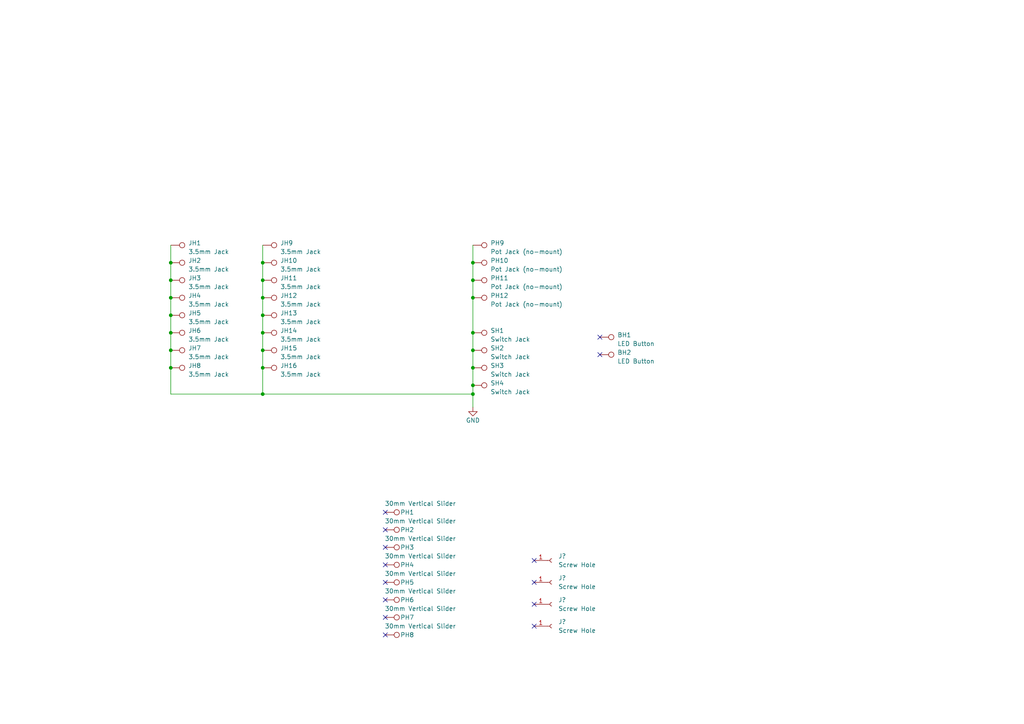
<source format=kicad_sch>
(kicad_sch (version 20230121) (generator eeschema)
  (paper "A4")
  (lib_symbols
    (symbol "*SCS:Panel_3.5mm_Jack_hole" (pin_numbers hide) (pin_names (offset 0.762) hide)
      (property "Reference" "JH" (at 0 6.858 0))
      (property "Value" "3.5mm Jack" (at 0 5.08 0))
      (symbol "Panel_3.5mm_Jack_hole_0_1"
        (circle (center 0 3.302) (radius 0.762))
      )
      (symbol "Panel_3.5mm_Jack_hole_1_1"
        (pin passive line (at 0 0 90) (length 2.54) (name "1") (number "1"))
      )
    )
    (symbol "*SCS:Panel_30mmVertical_Slider_hole" (pin_numbers hide) (pin_names (offset 0.762) hide)
      (property "Reference" "PH" (at 0 6.858 0))
      (property "Value" "30mm Vertical Slider" (at 0 5.08 0))
      (symbol "Panel_30mmVertical_Slider_hole_0_1"
        (circle (center 0 3.302) (radius 0.762))
      )
      (symbol "Panel_30mmVertical_Slider_hole_1_1"
        (pin passive line (at 0 0 90) (length 2.54) (name "1") (number "1"))
      )
    )
    (symbol "*SCS:Panel_Alpha_Pot_no-mount_hole" (pin_numbers hide) (pin_names (offset 0.762) hide)
      (property "Reference" "PH" (at 0 6.858 0))
      (property "Value" "Pot Jack (no-mount)" (at 0 5.08 0))
      (symbol "Panel_Alpha_Pot_no-mount_hole_0_1"
        (circle (center 0 3.302) (radius 0.762))
      )
      (symbol "Panel_Alpha_Pot_no-mount_hole_1_1"
        (pin passive line (at 0 0 90) (length 2.54) (name "1") (number "1"))
      )
    )
    (symbol "*SCS:Panel_LED-Button_hole" (pin_numbers hide) (pin_names (offset 0.762) hide)
      (property "Reference" "BH" (at 0 6.858 0))
      (property "Value" "LED Button" (at 0 5.08 0))
      (symbol "Panel_LED-Button_hole_0_1"
        (circle (center 0 3.302) (radius 0.762))
      )
      (symbol "Panel_LED-Button_hole_1_1"
        (pin passive line (at 0 0 90) (length 2.54) (name "1") (number "1"))
      )
    )
    (symbol "*SCS:Panel_switch_nut-mount_hole" (pin_numbers hide) (pin_names (offset 0.762) hide)
      (property "Reference" "SH" (at 0 6.858 0))
      (property "Value" "Switch Jack" (at 0 5.08 0))
      (symbol "Panel_switch_nut-mount_hole_0_1"
        (circle (center 0 3.302) (radius 0.762))
      )
      (symbol "Panel_switch_nut-mount_hole_1_1"
        (pin passive line (at 0 0 90) (length 2.54) (name "1") (number "1"))
      )
    )
    (symbol "Connector:Conn_01x01_Female" (pin_names (offset 1.016) hide)
      (property "Reference" "J" (at 0 2.54 0))
      (property "Value" "Conn_01x01_Female" (at 0 -2.54 0))
      (symbol "Conn_01x01_Female_1_1"
        (polyline (pts (xy -1.27 0) (xy -0.508 0)) (stroke (width 0.1524)))
        (arc (start 0 0.508) (mid -0.5058 0) (end 0 -0.508) (stroke (width 0.1524)))
        (pin passive line (at -5.08 0 0) (length 3.81) (name "Pin_1") (number "1"))
      )
    )
    (symbol "GND_1" (power) (pin_numbers hide) (pin_names (offset 0) hide)
      (property "Value" "GND_1" (at 0 -3.81 0))
      (symbol "GND_1_0_1"
        (polyline (pts (xy 0 0) (xy 0 -1.27) (xy 1.27 -1.27) (xy 0 -2.54) (xy -1.27 -1.27) (xy 0 -1.27)))
      )
      (symbol "GND_1_1_1"
        (pin power_in line (at 0 0 270) (length 0) hide (name "GND") (number "1"))
      )
    )
  )
  (junction (at 76.2 101.6))
  (junction (at 49.53 96.52))
  (junction (at 137.16 114.3))
  (junction (at 137.16 86.36))
  (junction (at 49.53 86.36))
  (junction (at 76.2 91.44))
  (junction (at 76.2 106.68))
  (junction (at 49.53 91.44))
  (junction (at 137.16 101.6))
  (junction (at 49.53 106.68))
  (junction (at 76.2 76.2))
  (junction (at 76.2 114.3))
  (junction (at 76.2 96.52))
  (junction (at 137.16 81.28))
  (junction (at 137.16 111.76))
  (junction (at 76.2 81.28))
  (junction (at 49.53 76.2))
  (junction (at 137.16 76.2))
  (junction (at 76.2 86.36))
  (junction (at 137.16 96.52))
  (junction (at 137.16 106.68))
  (junction (at 49.53 81.28))
  (junction (at 49.53 101.6))
  (no_connect (at 111.76 173.99))
  (no_connect (at 111.76 184.15))
  (no_connect (at 111.76 158.75))
  (no_connect (at 154.94 162.56))
  (no_connect (at 173.99 102.87))
  (no_connect (at 111.76 163.83))
  (no_connect (at 111.76 148.59))
  (no_connect (at 111.76 168.91))
  (no_connect (at 154.94 175.26))
  (no_connect (at 173.99 97.79))
  (no_connect (at 154.94 168.91))
  (no_connect (at 111.76 179.07))
  (no_connect (at 111.76 153.67))
  (no_connect (at 154.94 181.61))
  (wire (pts (xy 137.16 111.76) (xy 137.16 114.3)))
  (wire (pts (xy 49.53 114.3) (xy 76.2 114.3)))
  (wire (pts (xy 49.53 81.28) (xy 49.53 86.36)))
  (wire (pts (xy 49.53 71.12) (xy 49.53 76.2)))
  (wire (pts (xy 137.16 101.6) (xy 137.16 106.68)))
  (wire (pts (xy 76.2 76.2) (xy 76.2 81.28)))
  (wire (pts (xy 49.53 76.2) (xy 49.53 81.28)))
  (wire (pts (xy 76.2 114.3) (xy 137.16 114.3)))
  (wire (pts (xy 137.16 71.12) (xy 137.16 76.2)))
  (wire (pts (xy 137.16 96.52) (xy 137.16 101.6)))
  (wire (pts (xy 76.2 106.68) (xy 76.2 114.3)))
  (wire (pts (xy 137.16 106.68) (xy 137.16 111.76)))
  (wire (pts (xy 49.53 86.36) (xy 49.53 91.44)))
  (wire (pts (xy 49.53 91.44) (xy 49.53 96.52)))
  (wire (pts (xy 137.16 81.28) (xy 137.16 86.36)))
  (wire (pts (xy 49.53 106.68) (xy 49.53 114.3)))
  (wire (pts (xy 137.16 76.2) (xy 137.16 81.28)))
  (wire (pts (xy 76.2 71.12) (xy 76.2 76.2)))
  (wire (pts (xy 49.53 96.52) (xy 49.53 101.6)))
  (wire (pts (xy 76.2 101.6) (xy 76.2 106.68)))
  (wire (pts (xy 49.53 101.6) (xy 49.53 106.68)))
  (wire (pts (xy 137.16 114.3) (xy 137.16 118.11)))
  (wire (pts (xy 76.2 91.44) (xy 76.2 96.52)))
  (wire (pts (xy 137.16 86.36) (xy 137.16 96.52)))
  (wire (pts (xy 76.2 81.28) (xy 76.2 86.36)))
  (wire (pts (xy 76.2 96.52) (xy 76.2 101.6)))
  (wire (pts (xy 76.2 86.36) (xy 76.2 91.44)))
  (symbol (lib_id "*SCS:Panel_3.5mm_Jack_hole") (at 49.53 101.6 270) (unit 1)
    (property "Reference" "JH7" (at 54.61 100.965 90) (effects (justify left)))
    (property "Value" "3.5mm Jack" (at 54.61 103.505 90) (effects (justify left)))
    (property "Footprint" "*SCS_ScruffyCat:JackHole_3.5mm" (effects hide))
  )
  (symbol (lib_id "*SCS:Panel_3.5mm_Jack_hole") (at 76.2 91.44 270) (unit 1)
    (property "Reference" "JH13" (at 81.28 90.805 90) (effects (justify left)))
    (property "Value" "3.5mm Jack" (at 81.28 93.345 90) (effects (justify left)))
    (property "Footprint" "*SCS_ScruffyCat:JackHole_3.5mm-OUT" (effects hide))
  )
  (symbol (lib_id "*SCS:Panel_3.5mm_Jack_hole") (at 49.53 96.52 270) (unit 1)
    (property "Reference" "JH6" (at 54.61 95.885 90) (effects (justify left)))
    (property "Value" "3.5mm Jack" (at 54.61 98.425 90) (effects (justify left)))
    (property "Footprint" "*SCS_ScruffyCat:JackHole_3.5mm-OUT" (effects hide))
  )
  (symbol (lib_id "*SCS:Panel_30mmVertical_Slider_hole") (at 111.76 148.59 270) (unit 1)
    (property "Reference" "PH1" (at 118.11 148.59 90))
    (property "Value" "30mm Vertical Slider" (at 121.92 146.05 90))
    (property "Footprint" "*SCS_ScruffyCat:PotHole_Slide_open_oval" (effects hide))
  )
  (symbol (lib_id "*SCS:Panel_3.5mm_Jack_hole") (at 76.2 71.12 270) (unit 1)
    (property "Reference" "JH9" (at 81.28 70.485 90) (effects (justify left)))
    (property "Value" "3.5mm Jack" (at 81.28 73.025 90) (effects (justify left)))
    (property "Footprint" "*SCS_ScruffyCat:JackHole_3.5mm" (effects hide))
  )
  (symbol (lib_id "*SCS:Panel_30mmVertical_Slider_hole") (at 111.76 163.83 270) (unit 1)
    (property "Reference" "PH4" (at 118.11 163.83 90))
    (property "Value" "30mm Vertical Slider" (at 121.92 161.29 90))
    (property "Footprint" "*SCS_ScruffyCat:PotHole_Slide_open_oval" (effects hide))
  )
  (symbol (lib_id "Connector:Conn_01x01_Female") (at 160.02 181.61 0) (unit 1)
    (property "Reference" "J?" (at 161.925 180.3399 0) (effects (justify left)))
    (property "Value" "Screw Hole" (at 161.925 182.8799 0) (effects (justify left)))
    (property "Footprint" "*SCS_ScruffyCat:ScrewHole_Oval" (effects hide))
    (instances (project "MOL" (path "" (reference "J?") (unit 1)) (path "" (reference "J21") (unit 1)) (path "" (reference "J21") (unit 1))))
  )
  (symbol (lib_id "*SCS:Panel_30mmVertical_Slider_hole") (at 111.76 158.75 270) (unit 1)
    (property "Reference" "PH3" (at 118.11 158.75 90))
    (property "Value" "30mm Vertical Slider" (at 121.92 156.21 90))
    (property "Footprint" "*SCS_ScruffyCat:PotHole_Slide_open_oval" (effects hide))
  )
  (symbol (lib_id "*SCS:Panel_3.5mm_Jack_hole") (at 76.2 86.36 270) (unit 1)
    (property "Reference" "JH12" (at 81.28 85.725 90) (effects (justify left)))
    (property "Value" "3.5mm Jack" (at 81.28 88.265 90) (effects (justify left)))
    (property "Footprint" "*SCS_ScruffyCat:JackHole_3.5mm" (effects hide))
  )
  (symbol (lib_id "*SCS:Panel_3.5mm_Jack_hole") (at 76.2 101.6 270) (unit 1)
    (property "Reference" "JH15" (at 81.28 100.965 90) (effects (justify left)))
    (property "Value" "3.5mm Jack" (at 81.28 103.505 90) (effects (justify left)))
    (property "Footprint" "*SCS_ScruffyCat:JackHole_3.5mm-OUT" (effects hide))
  )
  (symbol (lib_id "*SCS:Panel_Alpha_Pot_no-mount_hole") (at 137.16 76.2 270) (unit 1)
    (property "Reference" "PH10" (at 142.24 75.565 90) (effects (justify left)))
    (property "Value" "Pot Jack (no-mount)" (at 142.24 78.105 90) (effects (justify left)))
    (property "Footprint" "*SCS_ScruffyCat:PotHole_no-mount" (effects hide))
  )
  (symbol (lib_id "*SCS:Panel_LED-Button_hole") (at 173.99 97.79 270) (unit 1)
    (property "Reference" "BH1" (at 179.07 97.155 90) (effects (justify left)))
    (property "Value" "LED Button" (at 179.07 99.695 90) (effects (justify left)))
    (property "Footprint" "*SCS_ScruffyCat:LED-ButtonHole" (effects hide))
  )
  (symbol (lib_id "*SCS:Panel_30mmVertical_Slider_hole") (at 111.76 153.67 270) (unit 1)
    (property "Reference" "PH2" (at 118.11 153.67 90))
    (property "Value" "30mm Vertical Slider" (at 121.92 151.13 90))
    (property "Footprint" "*SCS_ScruffyCat:PotHole_Slide_open_oval" (effects hide))
  )
  (symbol (lib_id "*SCS:Panel_3.5mm_Jack_hole") (at 49.53 91.44 270) (unit 1)
    (property "Reference" "JH5" (at 54.61 90.805 90) (effects (justify left)))
    (property "Value" "3.5mm Jack" (at 54.61 93.345 90) (effects (justify left)))
    (property "Footprint" "*SCS_ScruffyCat:JackHole_3.5mm-OUT" (effects hide))
  )
  (symbol (lib_id "*SCS:Panel_3.5mm_Jack_hole") (at 49.53 71.12 270) (unit 1)
    (property "Reference" "JH1" (at 54.61 70.485 90) (effects (justify left)))
    (property "Value" "3.5mm Jack" (at 54.61 73.025 90) (effects (justify left)))
    (property "Footprint" "*SCS_ScruffyCat:JackHole_3.5mm" (effects hide))
  )
  (symbol (lib_id "*SCS:Panel_3.5mm_Jack_hole") (at 49.53 86.36 270) (unit 1)
    (property "Reference" "JH4" (at 54.61 85.725 90) (effects (justify left)))
    (property "Value" "3.5mm Jack" (at 54.61 88.265 90) (effects (justify left)))
    (property "Footprint" "*SCS_ScruffyCat:JackHole_3.5mm" (effects hide))
  )
  (symbol (lib_id "Connector:Conn_01x01_Female") (at 160.02 162.56 0) (unit 1)
    (property "Reference" "J?" (at 161.925 161.2899 0) (effects (justify left)))
    (property "Value" "Screw Hole" (at 161.925 163.8299 0) (effects (justify left)))
    (property "Footprint" "*SCS_ScruffyCat:ScrewHole_Oval" (effects hide))
    (instances (project "MOL" (path "" (reference "J?") (unit 1)) (path "" (reference "J18") (unit 1)) (path "" (reference "J18") (unit 1))))
  )
  (symbol (lib_id "*SCS:Panel_3.5mm_Jack_hole") (at 76.2 76.2 270) (unit 1)
    (property "Reference" "JH10" (at 81.28 75.565 90) (effects (justify left)))
    (property "Value" "3.5mm Jack" (at 81.28 78.105 90) (effects (justify left)))
    (property "Footprint" "*SCS_ScruffyCat:JackHole_3.5mm" (effects hide))
  )
  (symbol (lib_id "*SCS:Panel_3.5mm_Jack_hole") (at 76.2 106.68 270) (unit 1)
    (property "Reference" "JH16" (at 81.28 106.045 90) (effects (justify left)))
    (property "Value" "3.5mm Jack" (at 81.28 108.585 90) (effects (justify left)))
    (property "Footprint" "*SCS_ScruffyCat:JackHole_3.5mm-OUT" (effects hide))
  )
  (symbol (lib_id "*SCS:Panel_3.5mm_Jack_hole") (at 49.53 76.2 270) (unit 1)
    (property "Reference" "JH2" (at 54.61 75.565 90) (effects (justify left)))
    (property "Value" "3.5mm Jack" (at 54.61 78.105 90) (effects (justify left)))
    (property "Footprint" "*SCS_ScruffyCat:JackHole_3.5mm" (effects hide))
  )
  (symbol (lib_id "*SCS:Panel_switch_nut-mount_hole") (at 137.16 101.6 270) (unit 1)
    (property "Reference" "SH2" (at 142.24 100.965 90) (effects (justify left)))
    (property "Value" "Switch Jack" (at 142.24 103.505 90) (effects (justify left)))
    (property "Footprint" "*SCS_ScruffyCat:SwitchHole_screw-mount" (effects hide))
  )
  (symbol (lib_id "*SCS:Panel_switch_nut-mount_hole") (at 137.16 106.68 270) (unit 1)
    (property "Reference" "SH3" (at 142.24 106.045 90) (effects (justify left)))
    (property "Value" "Switch Jack" (at 142.24 108.585 90) (effects (justify left)))
    (property "Footprint" "*SCS_ScruffyCat:SwitchHole_screw-mount" (effects hide))
  )
  (symbol (lib_id "*SCS:Panel_3.5mm_Jack_hole") (at 76.2 96.52 270) (unit 1)
    (property "Reference" "JH14" (at 81.28 95.885 90) (effects (justify left)))
    (property "Value" "3.5mm Jack" (at 81.28 98.425 90) (effects (justify left)))
    (property "Footprint" "*SCS_ScruffyCat:JackHole_3.5mm" (effects hide))
  )
  (symbol (lib_id "*SCS:Panel_switch_nut-mount_hole") (at 137.16 96.52 270) (unit 1)
    (property "Reference" "SH1" (at 142.24 95.885 90) (effects (justify left)))
    (property "Value" "Switch Jack" (at 142.24 98.425 90) (effects (justify left)))
    (property "Footprint" "*SCS_ScruffyCat:SwitchHole_screw-mount" (effects hide))
  )
  (symbol (lib_id "Connector:Conn_01x01_Female") (at 160.02 168.91 0) (unit 1)
    (property "Reference" "J?" (at 161.925 167.6399 0) (effects (justify left)))
    (property "Value" "Screw Hole" (at 161.925 170.1799 0) (effects (justify left)))
    (property "Footprint" "*SCS_ScruffyCat:ScrewHole_Oval" (effects hide))
    (instances (project "MOL" (path "" (reference "J?") (unit 1)) (path "" (reference "J19") (unit 1)) (path "" (reference "J19") (unit 1))))
  )
  (symbol (lib_id "*SCS:Panel_LED-Button_hole") (at 173.99 102.87 270) (unit 1)
    (property "Reference" "BH2" (at 179.07 102.235 90) (effects (justify left)))
    (property "Value" "LED Button" (at 179.07 104.775 90) (effects (justify left)))
    (property "Footprint" "*SCS_ScruffyCat:LED-ButtonHole" (effects hide))
  )
  (symbol (lib_id "*SCS:Panel_Alpha_Pot_no-mount_hole") (at 137.16 86.36 270) (unit 1)
    (property "Reference" "PH12" (at 142.24 85.725 90) (effects (justify left)))
    (property "Value" "Pot Jack (no-mount)" (at 142.24 88.265 90) (effects (justify left)))
    (property "Footprint" "*SCS_ScruffyCat:PotHole_no-mount" (effects hide))
  )
  (symbol (lib_id "*SCS:Panel_3.5mm_Jack_hole") (at 76.2 81.28 270) (unit 1)
    (property "Reference" "JH11" (at 81.28 80.645 90) (effects (justify left)))
    (property "Value" "3.5mm Jack" (at 81.28 83.185 90) (effects (justify left)))
    (property "Footprint" "*SCS_ScruffyCat:JackHole_3.5mm" (effects hide))
  )
  (symbol (lib_id "*SCS:Panel_3.5mm_Jack_hole") (at 49.53 81.28 270) (unit 1)
    (property "Reference" "JH3" (at 54.61 80.645 90) (effects (justify left)))
    (property "Value" "3.5mm Jack" (at 54.61 83.185 90) (effects (justify left)))
    (property "Footprint" "*SCS_ScruffyCat:JackHole_3.5mm" (effects hide))
  )
  (symbol (lib_id "*SCS:Panel_30mmVertical_Slider_hole") (at 111.76 184.15 270) (unit 1)
    (property "Reference" "PH8" (at 118.11 184.15 90))
    (property "Value" "30mm Vertical Slider" (at 121.92 181.61 90))
    (property "Footprint" "*SCS_ScruffyCat:PotHole_Slide_open_oval" (effects hide))
  )
  (symbol (lib_id "*SCS:Panel_30mmVertical_Slider_hole") (at 111.76 173.99 270) (unit 1)
    (property "Reference" "PH6" (at 118.11 173.99 90))
    (property "Value" "30mm Vertical Slider" (at 121.92 171.45 90))
    (property "Footprint" "*SCS_ScruffyCat:PotHole_Slide_open_oval" (effects hide))
  )
  (symbol (lib_name "GND_1") (lib_id "power:GND") (at 137.16 118.11 0) (unit 1)
    (property "Reference" "#PWR05" (effects hide))
    (property "Value" "GND" (at 137.16 121.92 0))
    (instances (project "MOL" (path "" (reference "#PWR05") (unit 1)) (path "" (reference "#PWR?") (unit 1)) (path "" (reference "#PWR049") (unit 1)) (path "" (reference "#PWR049") (unit 1))))
  )
  (symbol (lib_id "Connector:Conn_01x01_Female") (at 160.02 175.26 0) (unit 1)
    (property "Reference" "J?" (at 161.925 173.9899 0) (effects (justify left)))
    (property "Value" "Screw Hole" (at 161.925 176.5299 0) (effects (justify left)))
    (property "Footprint" "*SCS_ScruffyCat:ScrewHole_Oval" (effects hide))
    (instances (project "MOL" (path "" (reference "J?") (unit 1)) (path "" (reference "J20") (unit 1)) (path "" (reference "J20") (unit 1))))
  )
  (symbol (lib_id "*SCS:Panel_30mmVertical_Slider_hole") (at 111.76 168.91 270) (unit 1)
    (property "Reference" "PH5" (at 118.11 168.91 90))
    (property "Value" "30mm Vertical Slider" (at 121.92 166.37 90))
    (property "Footprint" "*SCS_ScruffyCat:PotHole_Slide_open_oval" (effects hide))
  )
  (symbol (lib_id "*SCS:Panel_30mmVertical_Slider_hole") (at 111.76 179.07 270) (unit 1)
    (property "Reference" "PH7" (at 118.11 179.07 90))
    (property "Value" "30mm Vertical Slider" (at 121.92 176.53 90))
    (property "Footprint" "*SCS_ScruffyCat:PotHole_Slide_open_oval" (effects hide))
  )
  (symbol (lib_id "*SCS:Panel_switch_nut-mount_hole") (at 137.16 111.76 270) (unit 1)
    (property "Reference" "SH4" (at 142.24 111.125 90) (effects (justify left)))
    (property "Value" "Switch Jack" (at 142.24 113.665 90) (effects (justify left)))
    (property "Footprint" "*SCS_ScruffyCat:SwitchHole_screw-mount" (effects hide))
  )
  (symbol (lib_id "*SCS:Panel_Alpha_Pot_no-mount_hole") (at 137.16 71.12 270) (unit 1)
    (property "Reference" "PH9" (at 142.24 70.485 90) (effects (justify left)))
    (property "Value" "Pot Jack (no-mount)" (at 142.24 73.025 90) (effects (justify left)))
    (property "Footprint" "*SCS_ScruffyCat:PotHole_no-mount" (effects hide))
  )
  (symbol (lib_id "*SCS:Panel_Alpha_Pot_no-mount_hole") (at 137.16 81.28 270) (unit 1)
    (property "Reference" "PH11" (at 142.24 80.645 90) (effects (justify left)))
    (property "Value" "Pot Jack (no-mount)" (at 142.24 83.185 90) (effects (justify left)))
    (property "Footprint" "*SCS_ScruffyCat:PotHole_no-mount" (effects hide))
  )
  (symbol (lib_id "*SCS:Panel_3.5mm_Jack_hole") (at 49.53 106.68 270) (unit 1)
    (property "Reference" "JH8" (at 54.61 106.045 90) (effects (justify left)))
    (property "Value" "3.5mm Jack" (at 54.61 108.585 90) (effects (justify left)))
    (property "Footprint" "*SCS_ScruffyCat:JackHole_3.5mm-OUT" (effects hide))
  )
)
</source>
